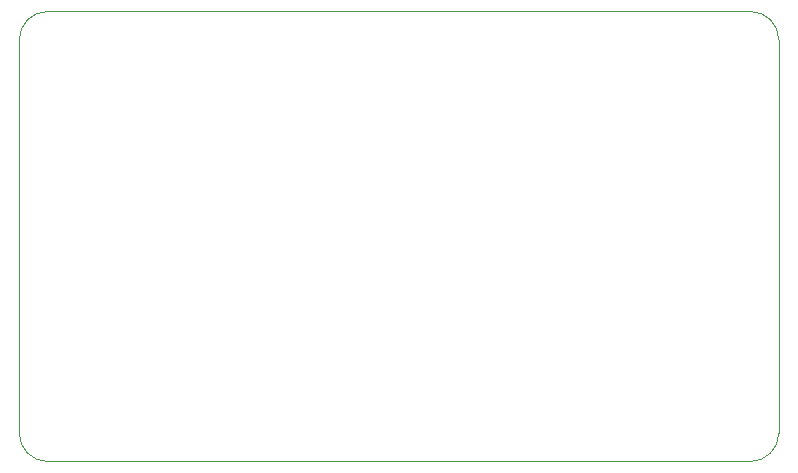
<source format=gm1>
G04 #@! TF.GenerationSoftware,KiCad,Pcbnew,(5.1.4-0-10_14)*
G04 #@! TF.CreationDate,2021-03-21T04:54:58+00:00*
G04 #@! TF.ProjectId,aio3,61696f33-2e6b-4696-9361-645f70636258,rev?*
G04 #@! TF.SameCoordinates,Original*
G04 #@! TF.FileFunction,Profile,NP*
%FSLAX46Y46*%
G04 Gerber Fmt 4.6, Leading zero omitted, Abs format (unit mm)*
G04 Created by KiCad (PCBNEW (5.1.4-0-10_14)) date 2021-03-21 04:54:58*
%MOMM*%
%LPD*%
G04 APERTURE LIST*
%ADD10C,0.050000*%
G04 APERTURE END LIST*
D10*
X76231750Y-64103250D02*
G75*
G02X78613000Y-61722000I2381250J0D01*
G01*
X138144250Y-61722000D02*
G75*
G02X140525500Y-64103250I0J-2381250D01*
G01*
X140525500Y-97440750D02*
G75*
G02X138144250Y-99822000I-2381250J0D01*
G01*
X78613000Y-99822000D02*
G75*
G02X76231750Y-97440750I0J2381250D01*
G01*
X78613000Y-99822000D02*
X138144250Y-99822000D01*
X140525500Y-97440750D02*
X140525500Y-64103250D01*
X138144250Y-61722000D02*
X78613000Y-61722000D01*
X76231750Y-64103250D02*
X76231750Y-97440750D01*
M02*

</source>
